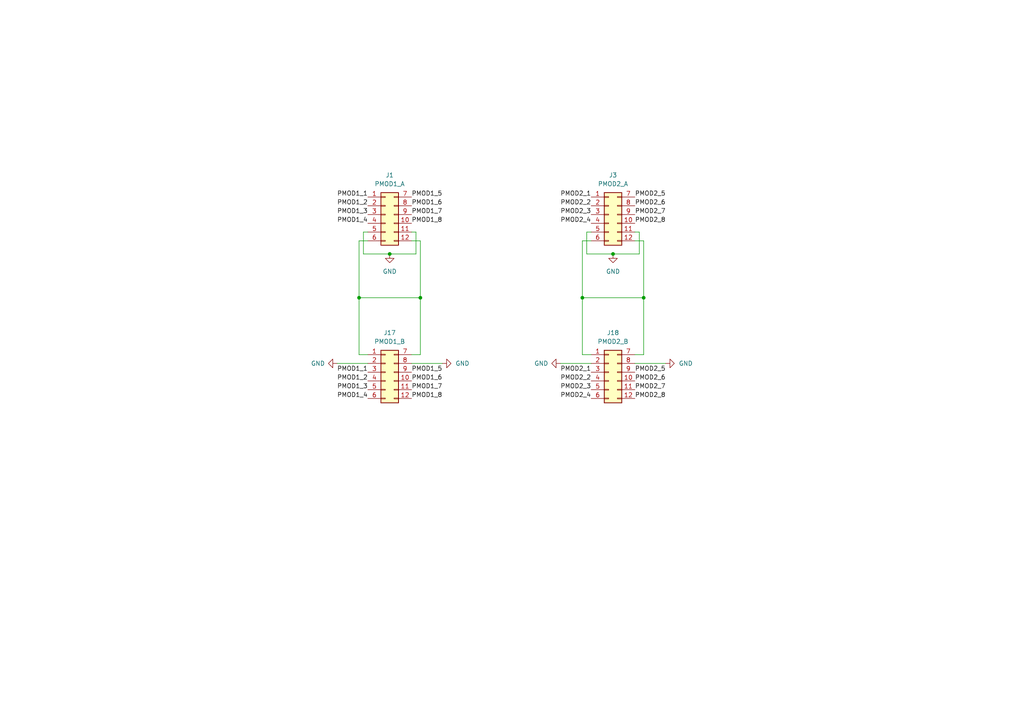
<source format=kicad_sch>
(kicad_sch (version 20211123) (generator eeschema)
  (paper "A4")
  (lib_symbols
    (symbol "Connector_Generic:Conn_02x06_Top_Bottom" (pin_names (offset 1.016) hide)
      (property "Reference" "J" (at 1.27 7.62 0))
      (property "Value" "Conn_02x06_Top_Bottom" (at 1.27 -10.16 0))
      (symbol "Conn_02x06_Top_Bottom_1_1"
        (rectangle (start -1.27 -7.493) (end 0 -7.747) (stroke (width 0.1524)))
        (rectangle (start -1.27 -4.953) (end 0 -5.207) (stroke (width 0.1524)))
        (rectangle (start -1.27 -2.413) (end 0 -2.667) (stroke (width 0.1524)))
        (rectangle (start -1.27 0.127) (end 0 -0.127) (stroke (width 0.1524)))
        (rectangle (start -1.27 2.667) (end 0 2.413) (stroke (width 0.1524)))
        (rectangle (start -1.27 5.207) (end 0 4.953) (stroke (width 0.1524)))
        (rectangle (start -1.27 6.35) (end 3.81 -8.89) (stroke (width 0.254)) (fill (type background)))
        (rectangle (start 3.81 -7.493) (end 2.54 -7.747) (stroke (width 0.1524)))
        (rectangle (start 3.81 -4.953) (end 2.54 -5.207) (stroke (width 0.1524)))
        (rectangle (start 3.81 -2.413) (end 2.54 -2.667) (stroke (width 0.1524)))
        (rectangle (start 3.81 0.127) (end 2.54 -0.127) (stroke (width 0.1524)))
        (rectangle (start 3.81 2.667) (end 2.54 2.413) (stroke (width 0.1524)))
        (rectangle (start 3.81 5.207) (end 2.54 4.953) (stroke (width 0.1524)))
        (pin passive line (at -5.08 5.08 0) (length 3.81) (name "Pin_1") (number "1"))
        (pin passive line (at 7.62 -2.54 180) (length 3.81) (name "Pin_10") (number "10"))
        (pin passive line (at 7.62 -5.08 180) (length 3.81) (name "Pin_11") (number "11"))
        (pin passive line (at 7.62 -7.62 180) (length 3.81) (name "Pin_12") (number "12"))
        (pin passive line (at -5.08 2.54 0) (length 3.81) (name "Pin_2") (number "2"))
        (pin passive line (at -5.08 0 0) (length 3.81) (name "Pin_3") (number "3"))
        (pin passive line (at -5.08 -2.54 0) (length 3.81) (name "Pin_4") (number "4"))
        (pin passive line (at -5.08 -5.08 0) (length 3.81) (name "Pin_5") (number "5"))
        (pin passive line (at -5.08 -7.62 0) (length 3.81) (name "Pin_6") (number "6"))
        (pin passive line (at 7.62 5.08 180) (length 3.81) (name "Pin_7") (number "7"))
        (pin passive line (at 7.62 2.54 180) (length 3.81) (name "Pin_8") (number "8"))
        (pin passive line (at 7.62 0 180) (length 3.81) (name "Pin_9") (number "9"))
      )
    )
    (symbol "power:GND" (power) (pin_names (offset 0))
      (property "Value" "GND" (at 0 -3.81 0))
      (symbol "GND_0_1"
        (polyline (pts (xy 0 0) (xy 0 -1.27) (xy 1.27 -1.27) (xy 0 -2.54) (xy -1.27 -1.27) (xy 0 -1.27)))
      )
      (symbol "GND_1_1"
        (pin power_in line (at 0 0 270) (length 0) hide (name "GND") (number "1"))
      )
    )
  )
  (junction (at 104.14 86.36))
  (junction (at 113.03 73.66))
  (junction (at 121.92 86.36))
  (junction (at 186.69 86.36))
  (junction (at 177.8 73.66))
  (junction (at 168.91 86.36))
  (wire (pts (xy 106.68 105.41) (xy 97.79 105.41)))
  (wire (pts (xy 104.14 86.36) (xy 121.92 86.36)))
  (wire (pts (xy 168.91 86.36) (xy 168.91 102.87)))
  (wire (pts (xy 119.38 67.31) (xy 120.65 67.31)))
  (wire (pts (xy 186.69 69.85) (xy 186.69 86.36)))
  (wire (pts (xy 177.8 73.66) (xy 185.42 73.66)))
  (wire (pts (xy 106.68 69.85) (xy 104.14 69.85)))
  (wire (pts (xy 170.18 67.31) (xy 170.18 73.66)))
  (wire (pts (xy 119.38 69.85) (xy 121.92 69.85)))
  (wire (pts (xy 113.03 73.66) (xy 120.65 73.66)))
  (wire (pts (xy 186.69 102.87) (xy 184.15 102.87)))
  (wire (pts (xy 186.69 86.36) (xy 186.69 102.87)))
  (wire (pts (xy 119.38 105.41) (xy 128.27 105.41)))
  (wire (pts (xy 168.91 69.85) (xy 168.91 86.36)))
  (wire (pts (xy 171.45 67.31) (xy 170.18 67.31)))
  (wire (pts (xy 184.15 105.41) (xy 193.04 105.41)))
  (wire (pts (xy 171.45 69.85) (xy 168.91 69.85)))
  (wire (pts (xy 121.92 69.85) (xy 121.92 86.36)))
  (wire (pts (xy 106.68 102.87) (xy 104.14 102.87)))
  (wire (pts (xy 104.14 69.85) (xy 104.14 86.36)))
  (wire (pts (xy 171.45 105.41) (xy 162.56 105.41)))
  (wire (pts (xy 170.18 73.66) (xy 177.8 73.66)))
  (wire (pts (xy 171.45 102.87) (xy 168.91 102.87)))
  (wire (pts (xy 184.15 67.31) (xy 185.42 67.31)))
  (wire (pts (xy 120.65 67.31) (xy 120.65 73.66)))
  (wire (pts (xy 105.41 67.31) (xy 105.41 73.66)))
  (wire (pts (xy 105.41 73.66) (xy 113.03 73.66)))
  (wire (pts (xy 121.92 86.36) (xy 121.92 102.87)))
  (wire (pts (xy 106.68 67.31) (xy 105.41 67.31)))
  (wire (pts (xy 168.91 86.36) (xy 186.69 86.36)))
  (wire (pts (xy 184.15 69.85) (xy 186.69 69.85)))
  (wire (pts (xy 104.14 86.36) (xy 104.14 102.87)))
  (wire (pts (xy 121.92 102.87) (xy 119.38 102.87)))
  (wire (pts (xy 185.42 67.31) (xy 185.42 73.66)))
  (label "PMOD2_4" (at 171.45 115.57 180))
  (label "PMOD1_2" (at 106.68 110.49 180))
  (label "PMOD2_2" (at 171.45 59.69 180))
  (label "PMOD1_7" (at 119.38 62.23 0))
  (label "PMOD2_3" (at 171.45 62.23 180))
  (label "PMOD2_8" (at 184.15 115.57 0))
  (label "PMOD1_3" (at 106.68 62.23 180))
  (label "PMOD2_5" (at 184.15 57.15 0))
  (label "PMOD1_1" (at 106.68 57.15 180))
  (label "PMOD2_6" (at 184.15 59.69 0))
  (label "PMOD1_4" (at 106.68 115.57 180))
  (label "PMOD1_8" (at 119.38 115.57 0))
  (label "PMOD1_3" (at 106.68 113.03 180))
  (label "PMOD1_1" (at 106.68 107.95 180))
  (label "PMOD1_4" (at 106.68 64.77 180))
  (label "PMOD1_7" (at 119.38 113.03 0))
  (label "PMOD2_1" (at 171.45 57.15 180))
  (label "PMOD2_6" (at 184.15 110.49 0))
  (label "PMOD2_7" (at 184.15 62.23 0))
  (label "PMOD2_8" (at 184.15 64.77 0))
  (label "PMOD1_6" (at 119.38 110.49 0))
  (label "PMOD1_6" (at 119.38 59.69 0))
  (label "PMOD2_4" (at 171.45 64.77 180))
  (label "PMOD2_7" (at 184.15 113.03 0))
  (label "PMOD2_2" (at 171.45 110.49 180))
  (label "PMOD2_1" (at 171.45 107.95 180))
  (label "PMOD1_5" (at 119.38 107.95 0))
  (label "PMOD1_2" (at 106.68 59.69 180))
  (label "PMOD1_5" (at 119.38 57.15 0))
  (label "PMOD1_8" (at 119.38 64.77 0))
  (label "PMOD2_5" (at 184.15 107.95 0))
  (label "PMOD2_3" (at 171.45 113.03 180))
  (symbol (lib_id "Connector_Generic:Conn_02x06_Top_Bottom") (at 111.76 62.23 0) (unit 1)
    (property "Reference" "J1" (at 113.03 50.8 0))
    (property "Value" "PMOD1_A" (at 113.03 53.34 0))
    (property "Footprint" "PET:PMOD_Socket_2x06_P2.54mm_Horizontal" (effects hide))
    (property "MOUSER" "710-613012243121" (effects hide))
  )
  (symbol (lib_id "power:GND") (at 97.79 105.41 270) (mirror x) (unit 1)
    (property "Reference" "#PWR0101" (effects hide))
    (property "Value" "GND" (at 90.17 105.41 90) (effects (justify left)))
  )
  (symbol (lib_id "power:GND") (at 193.04 105.41 90) (unit 1)
    (property "Reference" "#PWR0106" (effects hide))
    (property "Value" "GND" (at 196.85 105.4099 90) (effects (justify right)))
  )
  (symbol (lib_id "Connector_Generic:Conn_02x06_Top_Bottom") (at 176.53 62.23 0) (unit 1)
    (property "Reference" "J3" (at 177.8 50.8 0))
    (property "Value" "PMOD2_A" (at 177.8 53.34 0))
    (property "Footprint" "PET:PMOD_Socket_2x06_P2.54mm_Horizontal" (effects hide))
    (property "MOUSER" "710-613012243121" (effects hide))
  )
  (symbol (lib_id "power:GND") (at 162.56 105.41 270) (mirror x) (unit 1)
    (property "Reference" "#PWR0105" (effects hide))
    (property "Value" "GND" (at 154.94 105.41 90) (effects (justify left)))
  )
  (symbol (lib_id "power:GND") (at 113.03 73.66 0) (unit 1)
    (property "Reference" "#PWR0102" (effects hide))
    (property "Value" "GND" (at 113.03 78.74 0))
  )
  (symbol (lib_id "Connector_Generic:Conn_02x06_Top_Bottom") (at 111.76 107.95 0) (unit 1)
    (property "Reference" "J17" (at 113.03 96.52 0))
    (property "Value" "PMOD1_B" (at 113.03 99.06 0))
    (property "Footprint" "PET:PMOD_Socket_2x06_P2.54mm_Horizontal" (effects hide))
    (property "Datasheet" "https://www.we-online.com/components/products/datasheet/613012243121.pdf" (effects hide))
    (property "MOUSER" "710-613012243121" (effects hide))
  )
  (symbol (lib_id "power:GND") (at 177.8 73.66 0) (unit 1)
    (property "Reference" "#PWR0104" (effects hide))
    (property "Value" "GND" (at 177.8 78.74 0))
  )
  (symbol (lib_id "Connector_Generic:Conn_02x06_Top_Bottom") (at 176.53 107.95 0) (unit 1)
    (property "Reference" "J18" (at 177.8 96.52 0))
    (property "Value" "PMOD2_B" (at 177.8 99.06 0))
    (property "Footprint" "PET:PMOD_Socket_2x06_P2.54mm_Horizontal" (effects hide))
    (property "Datasheet" "https://www.we-online.com/components/products/datasheet/613012243121.pdf" (effects hide))
    (property "MOUSER" "710-613012243121" (effects hide))
  )
  (symbol (lib_id "power:GND") (at 128.27 105.41 90) (unit 1)
    (property "Reference" "#PWR0103" (effects hide))
    (property "Value" "GND" (at 132.08 105.4099 90) (effects (justify right)))
  )
)
</source>
